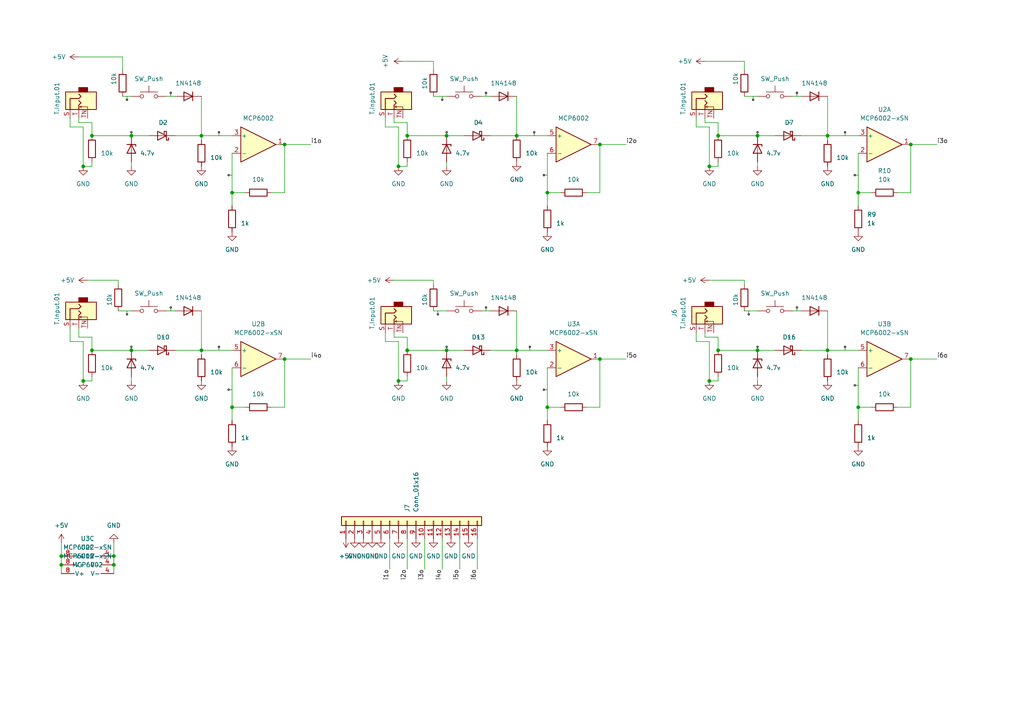
<source format=kicad_sch>
(kicad_sch (version 20230121) (generator eeschema)
  (paper "A4")
  (lib_symbols
    (symbol "Amplifier_Operational:MCP6002-xP" (pin_names (offset 0.127))
      (property "Reference" "U" (at 0 5.08 0))
      (property "Value" "MCP6002-xP" (at 0 -5.08 0))
      (symbol "MCP6002-xP_1_1"
        (polyline (pts (xy -5.08 5.08) (xy 5.08 0) (xy -5.08 -5.08) (xy -5.08 5.08)) (stroke (width 0.254)) (fill (type background)))
        (pin output line (at 7.62 0 180) (length 2.54) (name "~") (number "1"))
        (pin input line (at -7.62 -2.54 0) (length 2.54) (name "-") (number "2"))
        (pin input line (at -7.62 2.54 0) (length 2.54) (name "+") (number "3"))
      )
      (symbol "MCP6002-xP_2_1"
        (polyline (pts (xy -5.08 5.08) (xy 5.08 0) (xy -5.08 -5.08) (xy -5.08 5.08)) (stroke (width 0.254)) (fill (type background)))
        (pin input line (at -7.62 2.54 0) (length 2.54) (name "+") (number "5"))
        (pin input line (at -7.62 -2.54 0) (length 2.54) (name "-") (number "6"))
        (pin output line (at 7.62 0 180) (length 2.54) (name "~") (number "7"))
      )
      (symbol "MCP6002-xP_3_1"
        (pin power_in line (at -2.54 -7.62 90) (length 3.81) (name "V-") (number "4"))
        (pin power_in line (at -2.54 7.62 270) (length 3.81) (name "V+") (number "8"))
      )
    )
    (symbol "Amplifier_Operational:MCP6002-xSN" (pin_names (offset 0.127))
      (property "Reference" "U" (at 0 5.08 0))
      (property "Value" "MCP6002-xSN" (at 0 -5.08 0))
      (symbol "MCP6002-xSN_1_1"
        (polyline (pts (xy -5.08 5.08) (xy 5.08 0) (xy -5.08 -5.08) (xy -5.08 5.08)) (stroke (width 0.254)) (fill (type background)))
        (pin output line (at 7.62 0 180) (length 2.54) (name "~") (number "1"))
        (pin input line (at -7.62 -2.54 0) (length 2.54) (name "-") (number "2"))
        (pin input line (at -7.62 2.54 0) (length 2.54) (name "+") (number "3"))
      )
      (symbol "MCP6002-xSN_2_1"
        (polyline (pts (xy -5.08 5.08) (xy 5.08 0) (xy -5.08 -5.08) (xy -5.08 5.08)) (stroke (width 0.254)) (fill (type background)))
        (pin input line (at -7.62 2.54 0) (length 2.54) (name "+") (number "5"))
        (pin input line (at -7.62 -2.54 0) (length 2.54) (name "-") (number "6"))
        (pin output line (at 7.62 0 180) (length 2.54) (name "~") (number "7"))
      )
      (symbol "MCP6002-xSN_3_1"
        (pin power_in line (at -2.54 -7.62 90) (length 3.81) (name "V-") (number "4"))
        (pin power_in line (at -2.54 7.62 270) (length 3.81) (name "V+") (number "8"))
      )
    )
    (symbol "Connector_Audio:AudioJack2_SwitchT"
      (property "Reference" "J" (at 0 8.89 0))
      (property "Value" "AudioJack2_SwitchT" (at 0 6.35 0))
      (symbol "AudioJack2_SwitchT_0_1"
        (rectangle (start -2.54 0) (end -3.81 -2.54) (stroke (width 0.254)) (fill (type outline)))
        (polyline (pts (xy 1.778 -0.254) (xy 2.032 -0.762)))
        (polyline (pts (xy 0 0) (xy 0.635 -0.635) (xy 1.27 0) (xy 2.54 0)) (stroke (width 0.254)))
        (polyline (pts (xy 2.54 -2.54) (xy 1.778 -2.54) (xy 1.778 -0.254) (xy 1.524 -0.762)))
        (polyline (pts (xy 2.54 2.54) (xy -0.635 2.54) (xy -0.635 0) (xy -1.27 -0.635) (xy -1.905 0)) (stroke (width 0.254)))
        (rectangle (start 2.54 3.81) (end -2.54 -5.08) (stroke (width 0.254)) (fill (type background)))
      )
      (symbol "AudioJack2_SwitchT_1_1"
        (pin passive line (at 5.08 2.54 180) (length 2.54) (name "~") (number "S"))
        (pin passive line (at 5.08 0 180) (length 2.54) (name "~") (number "T"))
        (pin passive line (at 5.08 -2.54 180) (length 2.54) (name "~") (number "TN"))
      )
    )
    (symbol "Connector_Generic:Conn_01x16" (pin_names (offset 1.016) hide)
      (property "Reference" "J" (at 0 20.32 0))
      (property "Value" "Conn_01x16" (at 0 -22.86 0))
      (symbol "Conn_01x16_1_1"
        (rectangle (start -1.27 -20.193) (end 0 -20.447) (stroke (width 0.1524)))
        (rectangle (start -1.27 -17.653) (end 0 -17.907) (stroke (width 0.1524)))
        (rectangle (start -1.27 -15.113) (end 0 -15.367) (stroke (width 0.1524)))
        (rectangle (start -1.27 -12.573) (end 0 -12.827) (stroke (width 0.1524)))
        (rectangle (start -1.27 -10.033) (end 0 -10.287) (stroke (width 0.1524)))
        (rectangle (start -1.27 -7.493) (end 0 -7.747) (stroke (width 0.1524)))
        (rectangle (start -1.27 -4.953) (end 0 -5.207) (stroke (width 0.1524)))
        (rectangle (start -1.27 -2.413) (end 0 -2.667) (stroke (width 0.1524)))
        (rectangle (start -1.27 0.127) (end 0 -0.127) (stroke (width 0.1524)))
        (rectangle (start -1.27 2.667) (end 0 2.413) (stroke (width 0.1524)))
        (rectangle (start -1.27 5.207) (end 0 4.953) (stroke (width 0.1524)))
        (rectangle (start -1.27 7.747) (end 0 7.493) (stroke (width 0.1524)))
        (rectangle (start -1.27 10.287) (end 0 10.033) (stroke (width 0.1524)))
        (rectangle (start -1.27 12.827) (end 0 12.573) (stroke (width 0.1524)))
        (rectangle (start -1.27 15.367) (end 0 15.113) (stroke (width 0.1524)))
        (rectangle (start -1.27 17.907) (end 0 17.653) (stroke (width 0.1524)))
        (rectangle (start -1.27 19.05) (end 1.27 -21.59) (stroke (width 0.254)) (fill (type background)))
        (pin passive line (at -5.08 17.78 0) (length 3.81) (name "Pin_1") (number "1"))
        (pin passive line (at -5.08 -5.08 0) (length 3.81) (name "Pin_10") (number "10"))
        (pin passive line (at -5.08 -7.62 0) (length 3.81) (name "Pin_11") (number "11"))
        (pin passive line (at -5.08 -10.16 0) (length 3.81) (name "Pin_12") (number "12"))
        (pin passive line (at -5.08 -12.7 0) (length 3.81) (name "Pin_13") (number "13"))
        (pin passive line (at -5.08 -15.24 0) (length 3.81) (name "Pin_14") (number "14"))
        (pin passive line (at -5.08 -17.78 0) (length 3.81) (name "Pin_15") (number "15"))
        (pin passive line (at -5.08 -20.32 0) (length 3.81) (name "Pin_16") (number "16"))
        (pin passive line (at -5.08 15.24 0) (length 3.81) (name "Pin_2") (number "2"))
        (pin passive line (at -5.08 12.7 0) (length 3.81) (name "Pin_3") (number "3"))
        (pin passive line (at -5.08 10.16 0) (length 3.81) (name "Pin_4") (number "4"))
        (pin passive line (at -5.08 7.62 0) (length 3.81) (name "Pin_5") (number "5"))
        (pin passive line (at -5.08 5.08 0) (length 3.81) (name "Pin_6") (number "6"))
        (pin passive line (at -5.08 2.54 0) (length 3.81) (name "Pin_7") (number "7"))
        (pin passive line (at -5.08 0 0) (length 3.81) (name "Pin_8") (number "8"))
        (pin passive line (at -5.08 -2.54 0) (length 3.81) (name "Pin_9") (number "9"))
      )
    )
    (symbol "Device:D_Schottky" (pin_numbers hide) (pin_names (offset 1.016) hide)
      (property "Reference" "D" (at 0 2.54 0))
      (property "Value" "D_Schottky" (at 0 -2.54 0))
      (symbol "D_Schottky_0_1"
        (polyline (pts (xy 1.27 0) (xy -1.27 0)))
        (polyline (pts (xy 1.27 1.27) (xy 1.27 -1.27) (xy -1.27 0) (xy 1.27 1.27)) (stroke (width 0.254)))
        (polyline (pts (xy -1.905 0.635) (xy -1.905 1.27) (xy -1.27 1.27) (xy -1.27 -1.27) (xy -0.635 -1.27) (xy -0.635 -0.635)) (stroke (width 0.254)))
      )
      (symbol "D_Schottky_1_1"
        (pin passive line (at -3.81 0 0) (length 2.54) (name "K") (number "1"))
        (pin passive line (at 3.81 0 180) (length 2.54) (name "A") (number "2"))
      )
    )
    (symbol "Device:D_Zener" (pin_numbers hide) (pin_names (offset 1.016) hide)
      (property "Reference" "D" (at 0 2.54 0))
      (property "Value" "D_Zener" (at 0 -2.54 0))
      (symbol "D_Zener_0_1"
        (polyline (pts (xy 1.27 0) (xy -1.27 0)))
        (polyline (pts (xy -1.27 -1.27) (xy -1.27 1.27) (xy -0.762 1.27)) (stroke (width 0.254)))
        (polyline (pts (xy 1.27 -1.27) (xy 1.27 1.27) (xy -1.27 0) (xy 1.27 -1.27)) (stroke (width 0.254)))
      )
      (symbol "D_Zener_1_1"
        (pin passive line (at -3.81 0 0) (length 2.54) (name "K") (number "1"))
        (pin passive line (at 3.81 0 180) (length 2.54) (name "A") (number "2"))
      )
    )
    (symbol "Device:R" (pin_numbers hide) (pin_names (offset 0))
      (property "Reference" "R" (at 2.032 0 90))
      (property "Value" "R" (at 0 0 90))
      (symbol "R_0_1"
        (rectangle (start -1.016 -2.54) (end 1.016 2.54) (stroke (width 0.254)))
      )
      (symbol "R_1_1"
        (pin passive line (at 0 3.81 270) (length 1.27) (name "~") (number "1"))
        (pin passive line (at 0 -3.81 90) (length 1.27) (name "~") (number "2"))
      )
    )
    (symbol "Diode:1N4148" (pin_numbers hide) (pin_names hide)
      (property "Reference" "D" (at 0 2.54 0))
      (property "Value" "1N4148" (at 0 -2.54 0))
      (symbol "1N4148_0_1"
        (polyline (pts (xy -1.27 1.27) (xy -1.27 -1.27)) (stroke (width 0.254)))
        (polyline (pts (xy 1.27 0) (xy -1.27 0)))
        (polyline (pts (xy 1.27 1.27) (xy 1.27 -1.27) (xy -1.27 0) (xy 1.27 1.27)) (stroke (width 0.254)))
      )
      (symbol "1N4148_1_1"
        (pin passive line (at -3.81 0 0) (length 2.54) (name "K") (number "1"))
        (pin passive line (at 3.81 0 180) (length 2.54) (name "A") (number "2"))
      )
    )
    (symbol "Switch:SW_Push" (pin_numbers hide) (pin_names (offset 1.016) hide)
      (property "Reference" "SW" (at 1.27 2.54 0))
      (property "Value" "SW_Push" (at 0 -1.524 0))
      (symbol "SW_Push_0_1"
        (circle (center -2.032 0) (radius 0.508))
        (polyline (pts (xy 0 1.27) (xy 0 3.048)))
        (polyline (pts (xy 2.54 1.27) (xy -2.54 1.27)))
        (circle (center 2.032 0) (radius 0.508))
        (pin passive line (at -5.08 0 0) (length 2.54) (name "1") (number "1"))
        (pin passive line (at 5.08 0 180) (length 2.54) (name "2") (number "2"))
      )
    )
    (symbol "power:+5V" (power) (pin_names (offset 0))
      (property "Value" "+5V" (at 0 3.556 0))
      (symbol "+5V_0_1"
        (polyline (pts (xy -0.762 1.27) (xy 0 2.54)))
        (polyline (pts (xy 0 0) (xy 0 2.54)))
        (polyline (pts (xy 0 2.54) (xy 0.762 1.27)))
      )
      (symbol "+5V_1_1"
        (pin power_in line (at 0 0 90) (length 0) hide (name "+5V") (number "1"))
      )
    )
    (symbol "power:GND" (power) (pin_names (offset 0))
      (property "Value" "GND" (at 0 -3.81 0))
      (symbol "GND_0_1"
        (polyline (pts (xy 0 0) (xy 0 -1.27) (xy 1.27 -1.27) (xy 0 -2.54) (xy -1.27 -1.27) (xy 0 -1.27)))
      )
      (symbol "GND_1_1"
        (pin power_in line (at 0 0 270) (length 0) hide (name "GND") (number "1"))
      )
    )
  )
  (junction (at 17.78 161.29))
  (junction (at 248.92 55.88))
  (junction (at 173.99 104.14))
  (junction (at 129.54 101.6))
  (junction (at 149.86 101.6))
  (junction (at 118.11 39.37))
  (junction (at 248.92 118.11))
  (junction (at 33.02 163.83))
  (junction (at 67.31 55.88))
  (junction (at 205.74 48.26))
  (junction (at 205.74 110.49))
  (junction (at 24.13 48.26))
  (junction (at 240.03 39.37))
  (junction (at 173.99 41.91))
  (junction (at 26.67 39.37))
  (junction (at 33.02 161.29))
  (junction (at 115.57 110.49))
  (junction (at 38.1 101.6))
  (junction (at 82.55 104.14))
  (junction (at 115.57 48.26))
  (junction (at 208.28 39.37))
  (junction (at 219.71 101.6))
  (junction (at 208.28 101.6))
  (junction (at 38.1 39.37))
  (junction (at 240.03 101.6))
  (junction (at 158.75 55.88))
  (junction (at 58.42 101.6))
  (junction (at 82.55 41.91))
  (junction (at 26.67 101.6))
  (junction (at 67.31 118.11))
  (junction (at 58.42 39.37))
  (junction (at 219.71 39.37))
  (junction (at 129.54 39.37))
  (junction (at 118.11 101.6))
  (junction (at 149.86 39.37))
  (junction (at 17.78 163.83))
  (junction (at 264.16 41.91))
  (junction (at 24.13 110.49))
  (junction (at 158.75 118.11))
  (junction (at 264.16 104.14))
  (wire (pts (xy 208.28 46.99) (xy 208.28 48.26)))
  (wire (pts (xy 149.86 101.6) (xy 158.75 101.6)))
  (wire (pts (xy 142.24 101.6) (xy 149.86 101.6)))
  (wire (pts (xy 58.42 39.37) (xy 67.31 39.37)))
  (wire (pts (xy 208.28 110.49) (xy 205.74 110.49)))
  (wire (pts (xy 240.03 40.64) (xy 240.03 39.37)))
  (wire (pts (xy 22.86 97.79) (xy 26.67 97.79)))
  (wire (pts (xy 118.11 101.6) (xy 129.54 101.6)))
  (wire (pts (xy 139.7 90.17) (xy 142.24 90.17)))
  (wire (pts (xy 81.28 41.91) (xy 82.55 41.91)))
  (wire (pts (xy 219.71 110.49) (xy 219.71 109.22)))
  (wire (pts (xy 35.56 16.51) (xy 35.56 20.32)))
  (wire (pts (xy 201.93 99.06) (xy 205.74 99.06)))
  (wire (pts (xy 58.42 90.17) (xy 58.42 101.6)))
  (wire (pts (xy 26.67 109.22) (xy 26.67 110.49)))
  (wire (pts (xy 118.11 109.22) (xy 118.11 110.49)))
  (wire (pts (xy 26.67 39.37) (xy 38.1 39.37)))
  (wire (pts (xy 149.86 102.87) (xy 149.86 101.6)))
  (wire (pts (xy 205.74 36.83) (xy 205.74 48.26)))
  (wire (pts (xy 111.76 34.29) (xy 111.76 36.83)))
  (wire (pts (xy 67.31 55.88) (xy 67.31 59.69)))
  (wire (pts (xy 26.67 46.99) (xy 26.67 48.26)))
  (wire (pts (xy 114.3 96.52) (xy 114.3 97.79)))
  (wire (pts (xy 142.24 39.37) (xy 149.86 39.37)))
  (wire (pts (xy 26.67 101.6) (xy 38.1 101.6)))
  (wire (pts (xy 215.9 81.28) (xy 215.9 82.55)))
  (wire (pts (xy 82.55 104.14) (xy 90.17 104.14)))
  (wire (pts (xy 128.27 156.21) (xy 128.27 165.1)))
  (wire (pts (xy 201.93 36.83) (xy 205.74 36.83)))
  (wire (pts (xy 240.03 102.87) (xy 240.03 101.6)))
  (wire (pts (xy 113.03 156.21) (xy 113.03 165.1)))
  (wire (pts (xy 38.1 39.37) (xy 43.18 39.37)))
  (wire (pts (xy 201.93 34.29) (xy 201.93 36.83)))
  (wire (pts (xy 248.92 118.11) (xy 252.73 118.11)))
  (wire (pts (xy 129.54 48.26) (xy 129.54 46.99)))
  (wire (pts (xy 240.03 101.6) (xy 248.92 101.6)))
  (wire (pts (xy 67.31 118.11) (xy 67.31 121.92)))
  (wire (pts (xy 125.73 90.17) (xy 129.54 90.17)))
  (wire (pts (xy 82.55 41.91) (xy 90.17 41.91)))
  (wire (pts (xy 48.26 27.94) (xy 50.8 27.94)))
  (wire (pts (xy 34.29 90.17) (xy 38.1 90.17)))
  (wire (pts (xy 20.32 99.06) (xy 24.13 99.06)))
  (wire (pts (xy 118.11 46.99) (xy 118.11 48.26)))
  (wire (pts (xy 139.7 27.94) (xy 142.24 27.94)))
  (wire (pts (xy 22.86 16.51) (xy 35.56 16.51)))
  (wire (pts (xy 82.55 118.11) (xy 78.74 118.11)))
  (wire (pts (xy 22.86 95.25) (xy 22.86 97.79)))
  (wire (pts (xy 114.3 81.28) (xy 125.73 81.28)))
  (wire (pts (xy 26.67 48.26) (xy 24.13 48.26)))
  (wire (pts (xy 111.76 36.83) (xy 115.57 36.83)))
  (wire (pts (xy 125.73 17.78) (xy 125.73 20.32)))
  (wire (pts (xy 34.29 81.28) (xy 34.29 82.55)))
  (wire (pts (xy 33.02 163.83) (xy 33.02 166.37)))
  (wire (pts (xy 67.31 55.88) (xy 71.12 55.88)))
  (wire (pts (xy 114.3 97.79) (xy 118.11 97.79)))
  (wire (pts (xy 116.84 17.78) (xy 125.73 17.78)))
  (wire (pts (xy 48.26 90.17) (xy 50.8 90.17)))
  (wire (pts (xy 58.42 102.87) (xy 58.42 101.6)))
  (wire (pts (xy 264.16 104.14) (xy 271.78 104.14)))
  (wire (pts (xy 111.76 99.06) (xy 115.57 99.06)))
  (wire (pts (xy 158.75 55.88) (xy 162.56 55.88)))
  (wire (pts (xy 50.8 39.37) (xy 58.42 39.37)))
  (wire (pts (xy 264.16 118.11) (xy 260.35 118.11)))
  (wire (pts (xy 33.02 157.48) (xy 33.02 161.29)))
  (wire (pts (xy 229.87 90.17) (xy 232.41 90.17)))
  (wire (pts (xy 129.54 39.37) (xy 134.62 39.37)))
  (wire (pts (xy 125.73 27.94) (xy 129.54 27.94)))
  (wire (pts (xy 205.74 81.28) (xy 215.9 81.28)))
  (wire (pts (xy 204.47 35.56) (xy 208.28 35.56)))
  (wire (pts (xy 114.3 35.56) (xy 118.11 35.56)))
  (wire (pts (xy 17.78 163.83) (xy 17.78 166.37)))
  (wire (pts (xy 33.02 161.29) (xy 33.02 163.83)))
  (wire (pts (xy 240.03 27.94) (xy 240.03 39.37)))
  (wire (pts (xy 208.28 97.79) (xy 208.28 101.6)))
  (wire (pts (xy 240.03 39.37) (xy 248.92 39.37)))
  (wire (pts (xy 17.78 161.29) (xy 17.78 163.83)))
  (wire (pts (xy 204.47 34.29) (xy 204.47 35.56)))
  (wire (pts (xy 118.11 35.56) (xy 118.11 39.37)))
  (wire (pts (xy 204.47 17.78) (xy 215.9 17.78)))
  (wire (pts (xy 38.1 48.26) (xy 38.1 46.99)))
  (wire (pts (xy 219.71 39.37) (xy 224.79 39.37)))
  (wire (pts (xy 22.86 35.56) (xy 26.67 35.56)))
  (wire (pts (xy 232.41 101.6) (xy 240.03 101.6)))
  (wire (pts (xy 205.74 99.06) (xy 205.74 110.49)))
  (wire (pts (xy 158.75 44.45) (xy 158.75 55.88)))
  (wire (pts (xy 208.28 48.26) (xy 205.74 48.26)))
  (wire (pts (xy 149.86 90.17) (xy 149.86 101.6)))
  (wire (pts (xy 158.75 55.88) (xy 158.75 59.69)))
  (wire (pts (xy 50.8 101.6) (xy 58.42 101.6)))
  (wire (pts (xy 173.99 104.14) (xy 181.61 104.14)))
  (wire (pts (xy 248.92 44.45) (xy 248.92 55.88)))
  (wire (pts (xy 67.31 44.45) (xy 67.31 55.88)))
  (wire (pts (xy 208.28 35.56) (xy 208.28 39.37)))
  (wire (pts (xy 204.47 96.52) (xy 204.47 97.79)))
  (wire (pts (xy 248.92 118.11) (xy 248.92 121.92)))
  (wire (pts (xy 158.75 118.11) (xy 158.75 121.92)))
  (wire (pts (xy 264.16 55.88) (xy 260.35 55.88)))
  (wire (pts (xy 149.86 39.37) (xy 158.75 39.37)))
  (wire (pts (xy 173.99 41.91) (xy 173.99 55.88)))
  (wire (pts (xy 35.56 27.94) (xy 38.1 27.94)))
  (wire (pts (xy 125.73 81.28) (xy 125.73 82.55)))
  (wire (pts (xy 26.67 97.79) (xy 26.67 101.6)))
  (wire (pts (xy 158.75 106.68) (xy 158.75 118.11)))
  (wire (pts (xy 118.11 110.49) (xy 115.57 110.49)))
  (wire (pts (xy 129.54 101.6) (xy 134.62 101.6)))
  (wire (pts (xy 204.47 97.79) (xy 208.28 97.79)))
  (wire (pts (xy 25.4 81.28) (xy 34.29 81.28)))
  (wire (pts (xy 82.55 55.88) (xy 78.74 55.88)))
  (wire (pts (xy 173.99 104.14) (xy 173.99 118.11)))
  (wire (pts (xy 118.11 39.37) (xy 129.54 39.37)))
  (wire (pts (xy 82.55 41.91) (xy 82.55 55.88)))
  (wire (pts (xy 149.86 40.64) (xy 149.86 39.37)))
  (wire (pts (xy 201.93 96.52) (xy 201.93 99.06)))
  (wire (pts (xy 38.1 101.6) (xy 43.18 101.6)))
  (wire (pts (xy 82.55 104.14) (xy 82.55 118.11)))
  (wire (pts (xy 149.86 27.94) (xy 149.86 39.37)))
  (wire (pts (xy 248.92 55.88) (xy 248.92 59.69)))
  (wire (pts (xy 111.76 96.52) (xy 111.76 99.06)))
  (wire (pts (xy 123.19 156.21) (xy 123.19 165.1)))
  (wire (pts (xy 208.28 101.6) (xy 219.71 101.6)))
  (wire (pts (xy 248.92 55.88) (xy 252.73 55.88)))
  (wire (pts (xy 173.99 55.88) (xy 170.18 55.88)))
  (wire (pts (xy 67.31 106.68) (xy 67.31 118.11)))
  (wire (pts (xy 208.28 39.37) (xy 219.71 39.37)))
  (wire (pts (xy 17.78 157.48) (xy 17.78 161.29)))
  (wire (pts (xy 114.3 34.29) (xy 114.3 35.56)))
  (wire (pts (xy 20.32 95.25) (xy 20.32 99.06)))
  (wire (pts (xy 240.03 90.17) (xy 240.03 101.6)))
  (wire (pts (xy 232.41 39.37) (xy 240.03 39.37)))
  (wire (pts (xy 264.16 41.91) (xy 271.78 41.91)))
  (wire (pts (xy 219.71 48.26) (xy 219.71 46.99)))
  (wire (pts (xy 20.32 36.83) (xy 24.13 36.83)))
  (wire (pts (xy 58.42 101.6) (xy 67.31 101.6)))
  (wire (pts (xy 118.11 156.21) (xy 118.11 165.1)))
  (wire (pts (xy 219.71 101.6) (xy 224.79 101.6)))
  (wire (pts (xy 26.67 110.49) (xy 24.13 110.49)))
  (wire (pts (xy 264.16 41.91) (xy 264.16 55.88)))
  (wire (pts (xy 26.67 35.56) (xy 26.67 39.37)))
  (wire (pts (xy 138.43 156.21) (xy 138.43 165.1)))
  (wire (pts (xy 58.42 27.94) (xy 58.42 39.37)))
  (wire (pts (xy 115.57 99.06) (xy 115.57 110.49)))
  (wire (pts (xy 115.57 36.83) (xy 115.57 48.26)))
  (wire (pts (xy 58.42 40.64) (xy 58.42 39.37)))
  (wire (pts (xy 173.99 41.91) (xy 181.61 41.91)))
  (wire (pts (xy 24.13 99.06) (xy 24.13 110.49)))
  (wire (pts (xy 215.9 90.17) (xy 219.71 90.17)))
  (wire (pts (xy 229.87 27.94) (xy 232.41 27.94)))
  (wire (pts (xy 24.13 36.83) (xy 24.13 48.26)))
  (wire (pts (xy 38.1 110.49) (xy 38.1 109.22)))
  (wire (pts (xy 215.9 27.94) (xy 219.71 27.94)))
  (wire (pts (xy 129.54 110.49) (xy 129.54 109.22)))
  (wire (pts (xy 118.11 48.26) (xy 115.57 48.26)))
  (wire (pts (xy 20.32 34.29) (xy 20.32 36.83)))
  (wire (pts (xy 118.11 97.79) (xy 118.11 101.6)))
  (wire (pts (xy 248.92 106.68) (xy 248.92 118.11)))
  (wire (pts (xy 215.9 17.78) (xy 215.9 20.32)))
  (wire (pts (xy 208.28 109.22) (xy 208.28 110.49)))
  (wire (pts (xy 264.16 104.14) (xy 264.16 118.11)))
  (wire (pts (xy 22.86 34.29) (xy 22.86 35.56)))
  (wire (pts (xy 133.35 156.21) (xy 133.35 165.1)))
  (wire (pts (xy 158.75 118.11) (xy 162.56 118.11)))
  (wire (pts (xy 67.31 118.11) (xy 71.12 118.11)))
  (wire (pts (xy 173.99 118.11) (xy 170.18 118.11)))
  (label "i4o" (at 128.27 165.1 270))
  (label "i6o" (at 271.78 104.14 0))
  (label "i3o" (at 123.19 165.1 270))
  (label "i1o" (at 113.03 165.1 270))
  (label "i4o" (at 90.17 104.14 0))
  (label "i2o" (at 118.11 165.1 270))
  (label "i1o" (at 90.17 41.91 0))
  (label "i5o" (at 181.61 104.14 0))
  (label "i3o" (at 271.78 41.91 0))
  (label "i2o" (at 181.61 41.91 0))
  (label "i5o" (at 133.35 165.1 270))
  (label "i6o" (at 138.43 165.1 270))
  (netclass_flag "" (length 1) (shape dot) (at 49.53 90.17 0) (property "Netclass" "signal" (effects hide)))
  (netclass_flag "" (length 1) (shape dot) (at 248.92 111.76 90) (property "Netclass" "signal" (effects hide)))
  (netclass_flag "" (length 1) (shape dot) (at 158.75 113.03 90) (property "Netclass" "signal" (effects hide)))
  (netclass_flag "" (length 1) (shape dot) (at 217.17 90.17 180) (property "Netclass" "signal" (effects hide)))
  (netclass_flag "" (length 1) (shape dot) (at 140.97 90.17 0) (property "Netclass" "signal" (effects hide)))
  (netclass_flag "" (length 1) (shape dot) (at 129.54 39.37 0) (property "Netclass" "signal" (effects hide)))
  (netclass_flag "" (length 1) (shape dot) (at 38.1 39.37 0) (property "Netclass" "signal" (effects hide)))
  (netclass_flag "" (length 1) (shape dot) (at 128.27 27.94 180) (property "Netclass" "signal" (effects hide)))
  (netclass_flag "" (length 1) (shape dot) (at 38.1 101.6 0) (property "Netclass" "signal" (effects hide)))
  (netclass_flag "" (length 1) (shape dot) (at 231.14 90.17 0) (property "Netclass" "signal" (effects hide)))
  (netclass_flag "" (length 1) (shape dot) (at 67.31 50.8 90) (property "Netclass" "signal" (effects hide)))
  (netclass_flag "" (length 1) (shape dot) (at 218.44 27.94 180) (property "Netclass" "signal" (effects hide)))
  (netclass_flag "" (length 1) (shape dot) (at 231.14 27.94 0) (property "Netclass" "signal" (effects hide)))
  (netclass_flag "" (length 1) (shape dot) (at 36.83 27.94 180) (property "Netclass" "signal" (effects hide)))
  (netclass_flag "" (length 1) (shape dot) (at 245.11 101.6 0) (property "Netclass" "signal" (effects hide)))
  (netclass_flag "" (length 1) (shape dot) (at 153.67 101.6 0) (property "Netclass" "signal" (effects hide)))
  (netclass_flag "" (length 1) (shape dot) (at 36.83 90.17 180) (property "Netclass" "signal" (effects hide)))
  (netclass_flag "" (length 1) (shape dot) (at 219.71 39.37 0) (property "Netclass" "signal" (effects hide)))
  (netclass_flag "" (length 1) (shape dot) (at 158.75 50.8 90) (property "Netclass" "signal" (effects hide)))
  (netclass_flag "" (length 1) (shape dot) (at 129.54 101.6 0) (property "Netclass" "signal" (effects hide)))
  (netclass_flag "" (length 1) (shape dot) (at 245.11 39.37 0) (property "Netclass" "signal" (effects hide)))
  (netclass_flag "" (length 1) (shape dot) (at 140.97 27.94 0) (property "Netclass" "signal" (effects hide)))
  (netclass_flag "" (length 1) (shape dot) (at 127 90.17 180) (property "Netclass" "signal" (effects hide)))
  (netclass_flag "" (length 1) (shape dot) (at 49.53 27.94 0) (property "Netclass" "signal" (effects hide)))
  (netclass_flag "" (length 1) (shape dot) (at 63.5 101.6 0) (property "Netclass" "signal" (effects hide)))
  (netclass_flag "" (length 1) (shape dot) (at 63.5 39.37 0) (property "Netclass" "signal" (effects hide)))
  (netclass_flag "" (length 1) (shape dot) (at 67.31 113.03 90) (property "Netclass" "signal" (effects hide)))
  (netclass_flag "" (length 1) (shape dot) (at 248.92 50.8 90) (property "Netclass" "signal" (effects hide)))
  (netclass_flag "" (length 1) (shape dot) (at 154.94 39.37 0) (property "Netclass" "signal" (effects hide)))
  (netclass_flag "" (length 1) (shape dot) (at 219.71 101.6 0) (property "Netclass" "signal" (effects hide)))
  (symbol (lib_id "Connector_Audio:AudioJack2_SwitchT") (at 22.86 29.21 90) (mirror x) (unit 1)
    (property "Reference" "J1" (effects hide))
    (property "Value" "T.Input.01" (at 16.51 28.575 0))
    (property "Footprint" "Connector_Audio:Jack_3.5mm_QingPu_WQP-PJ398SM_Vertical_CircularHoles" (effects hide))
  )
  (symbol (lib_id "power:GND") (at 125.73 156.21 0) (unit 1)
    (property "Reference" "#PWR038" (effects hide))
    (property "Value" "GND" (at 125.73 161.29 0))
  )
  (symbol (lib_id "Amplifier_Operational:MCP6002-xSN") (at 166.37 104.14 0) (unit 1)
    (property "Reference" "U3" (at 166.37 93.98 0))
    (property "Value" "MCP6002-xSN" (at 166.37 96.52 0))
    (property "Footprint" "Package_DIP:DIP-8_W7.62mm_Socket" (effects hide))
    (property "Datasheet" "http://ww1.microchip.com/downloads/en/DeviceDoc/21733j.pdf" (effects hide))
  )
  (symbol (lib_id "power:GND") (at 130.81 156.21 0) (unit 1)
    (property "Reference" "#PWR039" (effects hide))
    (property "Value" "GND" (at 130.81 161.29 0))
  )
  (symbol (lib_id "Switch:SW_Push") (at 134.62 27.94 0) (unit 1)
    (property "Reference" "SW2" (effects hide))
    (property "Value" "SW_Push" (at 134.62 22.86 0))
    (property "Footprint" "Button_Switch_Keyboard:SW_Cherry_MX_1.00u_PCB" (effects hide))
  )
  (symbol (lib_id "Diode:1N4148") (at 236.22 27.94 180) (unit 1)
    (property "Reference" "D8" (effects hide))
    (property "Value" "1N4148" (at 236.22 24.13 0))
    (property "Footprint" "Diode_THT:D_DO-35_SOD27_P7.62mm_Horizontal" (effects hide))
    (property "Datasheet" "https://assets.nexperia.com/documents/data-sheet/1N4148_1N4448.pdf" (effects hide))
    (property "Sim.Device" "D" (effects hide))
    (property "Sim.Pins" "1=K 2=A" (effects hide))
  )
  (symbol (lib_id "Connector_Audio:AudioJack2_SwitchT") (at 204.47 91.44 90) (mirror x) (unit 1)
    (property "Reference" "J6" (at 195.58 90.805 0))
    (property "Value" "T.Input.01" (at 198.12 90.805 0))
    (property "Footprint" "Connector_Audio:Jack_3.5mm_QingPu_WQP-PJ398SM_Vertical_CircularHoles" (effects hide))
  )
  (symbol (lib_id "power:+5V") (at 17.78 157.48 0) (unit 1)
    (property "Reference" "#PWR019" (effects hide))
    (property "Value" "+5V" (at 17.78 152.4 0))
  )
  (symbol (lib_id "Connector_Audio:AudioJack2_SwitchT") (at 114.3 29.21 90) (mirror x) (unit 1)
    (property "Reference" "J2" (effects hide))
    (property "Value" "T.Input.01" (at 107.95 28.575 0))
    (property "Footprint" "Connector_Audio:Jack_3.5mm_QingPu_WQP-PJ398SM_Vertical_CircularHoles" (effects hide))
  )
  (symbol (lib_id "Device:D_Schottky") (at 228.6 39.37 180) (unit 1)
    (property "Reference" "D7" (at 228.9175 35.56 0))
    (property "Value" "~" (at 228.9175 35.56 0))
    (property "Footprint" "Diode_THT:D_DO-15_P10.16mm_Horizontal" (effects hide))
  )
  (symbol (lib_id "Device:R") (at 215.9 86.36 180) (unit 1)
    (property "Reference" "R28" (effects hide))
    (property "Value" "10k" (at 213.36 85.09 90) (effects (justify left)))
    (property "Footprint" "Resistor_THT:R_Axial_DIN0204_L3.6mm_D1.6mm_P5.08mm_Vertical" (effects hide))
  )
  (symbol (lib_id "power:GND") (at 33.02 157.48 180) (unit 1)
    (property "Reference" "#PWR020" (effects hide))
    (property "Value" "GND" (at 33.02 152.4 0))
  )
  (symbol (lib_id "power:GND") (at 248.92 129.54 0) (unit 1)
    (property "Reference" "#PWR032" (effects hide))
    (property "Value" "GND" (at 248.92 134.62 0))
  )
  (symbol (lib_id "Amplifier_Operational:MCP6002-xSN") (at 256.54 41.91 0) (unit 1)
    (property "Reference" "U2" (at 256.54 31.75 0))
    (property "Value" "MCP6002-xSN" (at 256.54 34.29 0))
    (property "Footprint" "Package_DIP:DIP-8_W7.62mm_Socket" (effects hide))
    (property "Datasheet" "http://ww1.microchip.com/downloads/en/DeviceDoc/21733j.pdf" (effects hide))
  )
  (symbol (lib_id "Device:D_Zener") (at 38.1 105.41 270) (unit 1)
    (property "Reference" "D9" (effects hide))
    (property "Value" "4.7v" (at 40.64 106.68 90) (effects (justify left)))
    (property "Footprint" "Diode_THT:D_DO-41_SOD81_P7.62mm_Horizontal" (effects hide))
  )
  (symbol (lib_id "Device:R") (at 208.28 105.41 180) (unit 1)
    (property "Reference" "R15" (effects hide))
    (property "Value" "10k" (at 210.82 106.68 0) (effects (justify right)))
    (property "Footprint" "Resistor_THT:R_Axial_DIN0204_L3.6mm_D1.6mm_P5.08mm_Horizontal" (effects hide))
  )
  (symbol (lib_id "power:GND") (at 135.89 156.21 0) (unit 1)
    (property "Reference" "#PWR040" (effects hide))
    (property "Value" "GND" (at 135.89 161.29 0))
  )
  (symbol (lib_id "Device:R") (at 149.86 106.68 0) (unit 1)
    (property "Reference" "R19" (effects hide))
    (property "Value" "10k" (at 152.4 107.95 0) (effects (justify left)))
    (property "Footprint" "Resistor_THT:R_Axial_DIN0204_L3.6mm_D1.6mm_P5.08mm_Horizontal" (effects hide))
  )
  (symbol (lib_id "power:GND") (at 129.54 48.26 0) (unit 1)
    (property "Reference" "#PWR07" (effects hide))
    (property "Value" "GND" (at 129.54 53.34 0))
  )
  (symbol (lib_id "Device:R") (at 248.92 125.73 180) (unit 1)
    (property "Reference" "R16" (effects hide))
    (property "Value" "1k" (at 251.46 127 0) (effects (justify right)))
    (property "Footprint" "Resistor_THT:R_Axial_DIN0204_L3.6mm_D1.6mm_P5.08mm_Horizontal" (effects hide))
  )
  (symbol (lib_id "power:+5V") (at 205.74 81.28 90) (unit 1)
    (property "Reference" "#PWR025" (effects hide))
    (property "Value" "+5V" (at 201.93 81.28 90) (effects (justify left)))
  )
  (symbol (lib_id "Device:R") (at 118.11 43.18 0) (unit 1)
    (property "Reference" "R5" (effects hide))
    (property "Value" "10k" (at 120.65 44.45 0) (effects (justify left)))
    (property "Footprint" "Resistor_THT:R_Axial_DIN0204_L3.6mm_D1.6mm_P5.08mm_Horizontal" (effects hide))
  )
  (symbol (lib_id "power:GND") (at 105.41 156.21 0) (unit 1)
    (property "Reference" "#PWR034" (effects hide))
    (property "Value" "GND" (at 105.41 161.29 0))
  )
  (symbol (lib_id "Device:R") (at 58.42 106.68 180) (unit 1)
    (property "Reference" "R23" (effects hide))
    (property "Value" "10k" (at 60.96 107.95 0) (effects (justify right)))
    (property "Footprint" "Resistor_THT:R_Axial_DIN0204_L3.6mm_D1.6mm_P5.08mm_Horizontal" (effects hide))
  )
  (symbol (lib_id "Diode:1N4148") (at 146.05 27.94 180) (unit 1)
    (property "Reference" "D5" (effects hide))
    (property "Value" "1N4148" (at 146.05 24.13 0))
    (property "Footprint" "Diode_THT:D_DO-35_SOD27_P7.62mm_Horizontal" (effects hide))
    (property "Datasheet" "https://assets.nexperia.com/documents/data-sheet/1N4148_1N4448.pdf" (effects hide))
    (property "Sim.Device" "D" (effects hide))
    (property "Sim.Pins" "1=K 2=A" (effects hide))
  )
  (symbol (lib_id "power:GND") (at 38.1 110.49 0) (unit 1)
    (property "Reference" "#PWR015" (effects hide))
    (property "Value" "GND" (at 38.1 115.57 0))
  )
  (symbol (lib_id "Device:R") (at 208.28 43.18 0) (unit 1)
    (property "Reference" "R11" (effects hide))
    (property "Value" "10k" (at 210.82 44.45 0) (effects (justify left)))
    (property "Footprint" "Resistor_THT:R_Axial_DIN0204_L3.6mm_D1.6mm_P5.08mm_Horizontal" (effects hide))
  )
  (symbol (lib_id "Device:R") (at 166.37 55.88 90) (unit 1)
    (property "Reference" "R7" (effects hide))
    (property "Value" "10k" (at 166.37 52.07 90))
    (property "Footprint" "Resistor_THT:R_Axial_DIN0204_L3.6mm_D1.6mm_P5.08mm_Horizontal" (effects hide))
  )
  (symbol (lib_id "power:GND") (at 240.03 48.26 0) (unit 1)
    (property "Reference" "#PWR012" (effects hide))
    (property "Value" "GND" (at 240.03 53.34 0))
  )
  (symbol (lib_id "power:GND") (at 120.65 156.21 0) (unit 1)
    (property "Reference" "#PWR041" (effects hide))
    (property "Value" "GND" (at 120.65 161.29 0))
  )
  (symbol (lib_id "power:+5V") (at 25.4 81.28 90) (unit 1)
    (property "Reference" "#PWR014" (effects hide))
    (property "Value" "+5V" (at 21.59 81.28 90) (effects (justify left)))
  )
  (symbol (lib_id "power:GND") (at 24.13 48.26 0) (unit 1)
    (property "Reference" "#PWR04" (effects hide))
    (property "Value" "GND" (at 24.13 53.34 0))
  )
  (symbol (lib_id "Device:R") (at 74.93 118.11 270) (unit 1)
    (property "Reference" "R22" (effects hide))
    (property "Value" "10k" (at 74.93 114.3 90))
    (property "Footprint" "Resistor_THT:R_Axial_DIN0204_L3.6mm_D1.6mm_P5.08mm_Horizontal" (effects hide))
  )
  (symbol (lib_id "Device:D_Zener") (at 38.1 43.18 270) (unit 1)
    (property "Reference" "D1" (effects hide))
    (property "Value" "4.7v" (at 40.64 44.45 90) (effects (justify left)))
    (property "Footprint" "Diode_THT:D_DO-41_SOD81_P7.62mm_Horizontal" (effects hide))
  )
  (symbol (lib_id "Device:R") (at 35.56 24.13 0) (unit 1)
    (property "Reference" "R25" (effects hide))
    (property "Value" "10k" (at 33.02 22.86 90))
    (property "Footprint" "Resistor_THT:R_Axial_DIN0204_L3.6mm_D1.6mm_P5.08mm_Horizontal" (effects hide))
  )
  (symbol (lib_id "Diode:1N4148") (at 236.22 90.17 180) (unit 1)
    (property "Reference" "D17" (effects hide))
    (property "Value" "1N4148" (at 236.22 86.36 0))
    (property "Footprint" "Diode_THT:D_DO-35_SOD27_P7.62mm_Horizontal" (effects hide))
    (property "Datasheet" "https://assets.nexperia.com/documents/data-sheet/1N4148_1N4448.pdf" (effects hide))
    (property "Sim.Device" "D" (effects hide))
    (property "Sim.Pins" "1=K 2=A" (effects hide))
  )
  (symbol (lib_id "Device:R") (at 158.75 125.73 180) (unit 1)
    (property "Reference" "R17" (effects hide))
    (property "Value" "1k" (at 161.29 127 0) (effects (justify right)))
    (property "Footprint" "Resistor_THT:R_Axial_DIN0204_L3.6mm_D1.6mm_P5.08mm_Horizontal" (effects hide))
  )
  (symbol (lib_id "Connector_Audio:AudioJack2_SwitchT") (at 204.47 29.21 90) (mirror x) (unit 1)
    (property "Reference" "J3" (effects hide))
    (property "Value" "T.Input.01" (at 198.12 28.575 0))
    (property "Footprint" "Connector_Audio:Jack_3.5mm_QingPu_WQP-PJ398SM_Vertical_CircularHoles" (effects hide))
  )
  (symbol (lib_id "power:GND") (at 205.74 48.26 0) (unit 1)
    (property "Reference" "#PWR09" (effects hide))
    (property "Value" "GND" (at 205.74 53.34 0))
  )
  (symbol (lib_id "Device:R") (at 256.54 55.88 90) (unit 1)
    (property "Reference" "R10" (at 256.54 49.53 90))
    (property "Value" "10k" (at 256.54 52.07 90))
    (property "Footprint" "Resistor_THT:R_Axial_DIN0204_L3.6mm_D1.6mm_P5.08mm_Horizontal" (effects hide))
  )
  (symbol (lib_id "power:GND") (at 24.13 110.49 0) (unit 1)
    (property "Reference" "#PWR013" (effects hide))
    (property "Value" "GND" (at 24.13 115.57 0))
  )
  (symbol (lib_id "power:GND") (at 115.57 156.21 0) (unit 1)
    (property "Reference" "#PWR037" (effects hide))
    (property "Value" "GND" (at 115.57 161.29 0))
  )
  (symbol (lib_id "Device:R") (at 34.29 86.36 180) (unit 1)
    (property "Reference" "R30" (effects hide))
    (property "Value" "10k" (at 31.75 85.09 90) (effects (justify left)))
    (property "Footprint" "Resistor_THT:R_Axial_DIN0204_L3.6mm_D1.6mm_P5.08mm_Horizontal" (effects hide))
  )
  (symbol (lib_id "power:GND") (at 38.1 48.26 0) (unit 1)
    (property "Reference" "#PWR02" (effects hide))
    (property "Value" "GND" (at 38.1 53.34 0))
  )
  (symbol (lib_id "Connector_Audio:AudioJack2_SwitchT") (at 114.3 91.44 90) (mirror x) (unit 1)
    (property "Reference" "J5" (effects hide))
    (property "Value" "T.Input.01" (at 107.95 90.805 0))
    (property "Footprint" "Connector_Audio:Jack_3.5mm_QingPu_WQP-PJ398SM_Vertical_CircularHoles" (effects hide))
  )
  (symbol (lib_id "power:+5V") (at 204.47 17.78 90) (unit 1)
    (property "Reference" "#PWR010" (effects hide))
    (property "Value" "+5V" (at 200.66 17.78 90) (effects (justify left)))
  )
  (symbol (lib_id "power:+5V") (at 116.84 17.78 90) (unit 1)
    (property "Reference" "#PWR06" (effects hide))
    (property "Value" "+5V" (at 111.76 17.78 0))
  )
  (symbol (lib_id "Device:R") (at 74.93 55.88 90) (unit 1)
    (property "Reference" "R3" (effects hide))
    (property "Value" "10k" (at 74.93 52.07 90))
    (property "Footprint" "Resistor_THT:R_Axial_DIN0204_L3.6mm_D1.6mm_P5.08mm_Horizontal" (effects hide))
  )
  (symbol (lib_id "Device:D_Schottky") (at 138.43 101.6 180) (unit 1)
    (property "Reference" "D13" (at 138.7475 97.79 0))
    (property "Value" "~" (at 138.7475 97.79 0))
    (property "Footprint" "Diode_THT:D_DO-15_P10.16mm_Horizontal" (effects hide))
  )
  (symbol (lib_id "Device:R") (at 248.92 63.5 180) (unit 1)
    (property "Reference" "R9" (at 251.46 62.23 0) (effects (justify right)))
    (property "Value" "1k" (at 251.46 64.77 0) (effects (justify right)))
    (property "Footprint" "Resistor_THT:R_Axial_DIN0204_L3.6mm_D1.6mm_P5.08mm_Horizontal" (effects hide))
  )
  (symbol (lib_id "Switch:SW_Push") (at 43.18 90.17 0) (unit 1)
    (property "Reference" "SW4" (effects hide))
    (property "Value" "SW_Push" (at 43.18 85.09 0))
    (property "Footprint" "Button_Switch_Keyboard:SW_Cherry_MX_1.00u_PCB" (effects hide))
  )
  (symbol (lib_id "power:GND") (at 248.92 67.31 0) (unit 1)
    (property "Reference" "#PWR029" (effects hide))
    (property "Value" "GND" (at 248.92 72.39 0))
  )
  (symbol (lib_id "power:GND") (at 205.74 110.49 0) (unit 1)
    (property "Reference" "#PWR024" (effects hide))
    (property "Value" "GND" (at 205.74 115.57 0))
  )
  (symbol (lib_id "Device:D_Schottky") (at 228.6 101.6 180) (unit 1)
    (property "Reference" "D16" (at 228.9175 97.79 0))
    (property "Value" "~" (at 228.9175 97.79 0))
    (property "Footprint" "Diode_THT:D_DO-15_P10.16mm_Horizontal" (effects hide))
  )
  (symbol (lib_id "power:GND") (at 219.71 48.26 0) (unit 1)
    (property "Reference" "#PWR011" (effects hide))
    (property "Value" "GND" (at 219.71 53.34 0))
  )
  (symbol (lib_id "Device:R") (at 166.37 118.11 270) (unit 1)
    (property "Reference" "R18" (effects hide))
    (property "Value" "10k" (at 166.37 114.3 90))
    (property "Footprint" "Resistor_THT:R_Axial_DIN0204_L3.6mm_D1.6mm_P5.08mm_Horizontal" (effects hide))
  )
  (symbol (lib_id "power:+5V") (at 114.3 81.28 90) (unit 1)
    (property "Reference" "#PWR018" (effects hide))
    (property "Value" "+5V" (at 110.49 81.28 90) (effects (justify left)))
  )
  (symbol (lib_id "Connector_Audio:AudioJack2_SwitchT") (at 22.86 90.17 90) (mirror x) (unit 1)
    (property "Reference" "J4" (effects hide))
    (property "Value" "T.Input.01" (at 16.51 89.535 0))
    (property "Footprint" "Connector_Audio:Jack_3.5mm_QingPu_WQP-PJ398SM_Vertical_CircularHoles" (effects hide))
  )
  (symbol (lib_id "power:GND") (at 158.75 67.31 0) (unit 1)
    (property "Reference" "#PWR028" (effects hide))
    (property "Value" "GND" (at 158.75 72.39 0))
  )
  (symbol (lib_id "Diode:1N4148") (at 146.05 90.17 180) (unit 1)
    (property "Reference" "D14" (effects hide))
    (property "Value" "1N4148" (at 146.05 86.36 0))
    (property "Footprint" "Diode_THT:D_DO-35_SOD27_P7.62mm_Horizontal" (effects hide))
    (property "Datasheet" "https://assets.nexperia.com/documents/data-sheet/1N4148_1N4448.pdf" (effects hide))
    (property "Sim.Device" "D" (effects hide))
    (property "Sim.Pins" "1=K 2=A" (effects hide))
  )
  (symbol (lib_id "power:GND") (at 67.31 67.31 0) (unit 1)
    (property "Reference" "#PWR03" (effects hide))
    (property "Value" "GND" (at 67.31 72.39 0))
  )
  (symbol (lib_id "power:+5V") (at 22.86 16.51 90) (unit 1)
    (property "Reference" "#PWR021" (effects hide))
    (property "Value" "+5V" (at 19.05 16.51 90) (effects (justify left)))
  )
  (symbol (lib_id "Device:D_Schottky") (at 138.43 39.37 180) (unit 1)
    (property "Reference" "D4" (at 138.7475 35.56 0))
    (property "Value" "~" (at 138.7475 35.56 0))
    (property "Footprint" "Diode_THT:D_DO-15_P10.16mm_Horizontal" (effects hide))
  )
  (symbol (lib_id "Device:R") (at 67.31 125.73 0) (unit 1)
    (property "Reference" "R21" (effects hide))
    (property "Value" "1k" (at 69.85 127 0) (effects (justify left)))
    (property "Footprint" "Resistor_THT:R_Axial_DIN0204_L3.6mm_D1.6mm_P5.08mm_Horizontal" (effects hide))
  )
  (symbol (lib_id "power:GND") (at 115.57 110.49 0) (unit 1)
    (property "Reference" "#PWR017" (effects hide))
    (property "Value" "GND" (at 115.57 115.57 0))
  )
  (symbol (lib_id "power:GND") (at 149.86 110.49 0) (unit 1)
    (property "Reference" "#PWR023" (effects hide))
    (property "Value" "GND" (at 149.86 115.57 0))
  )
  (symbol (lib_id "Amplifier_Operational:MCP6002-xSN") (at 256.54 104.14 0) (unit 2)
    (property "Reference" "U3" (at 256.54 93.98 0))
    (property "Value" "MCP6002-xSN" (at 256.54 96.52 0))
    (property "Footprint" "Package_DIP:DIP-8_W7.62mm_Socket" (effects hide))
    (property "Datasheet" "http://ww1.microchip.com/downloads/en/DeviceDoc/21733j.pdf" (effects hide))
  )
  (symbol (lib_id "Device:R") (at 158.75 63.5 180) (unit 1)
    (property "Reference" "R8" (effects hide))
    (property "Value" "1k" (at 161.29 64.77 0) (effects (justify right)))
    (property "Footprint" "Resistor_THT:R_Axial_DIN0204_L3.6mm_D1.6mm_P5.08mm_Horizontal" (effects hide))
  )
  (symbol (lib_id "Device:D_Zener") (at 219.71 43.18 270) (unit 1)
    (property "Reference" "D6" (effects hide))
    (property "Value" "4.7v" (at 222.25 44.45 90) (effects (justify left)))
    (property "Footprint" "Diode_THT:D_DO-41_SOD81_P7.62mm_Horizontal" (effects hide))
  )
  (symbol (lib_id "Device:R") (at 215.9 24.13 180) (unit 1)
    (property "Reference" "R27" (effects hide))
    (property "Value" "10k" (at 213.36 22.86 90))
    (property "Footprint" "Resistor_THT:R_Axial_DIN0204_L3.6mm_D1.6mm_P5.08mm_Horizontal" (effects hide))
  )
  (symbol (lib_id "power:GND") (at 107.95 156.21 0) (unit 1)
    (property "Reference" "#PWR035" (effects hide))
    (property "Value" "GND" (at 107.95 161.29 0))
  )
  (symbol (lib_id "power:GND") (at 219.71 110.49 0) (unit 1)
    (property "Reference" "#PWR026" (effects hide))
    (property "Value" "GND" (at 219.71 115.57 0))
  )
  (symbol (lib_id "Amplifier_Operational:MCP6002-xP") (at 25.4 163.83 90) (unit 3)
    (property "Reference" "U1" (at 25.4 161.29 90))
    (property "Value" "MCP6002" (at 25.4 163.83 90))
    (property "Footprint" "Package_DIP:DIP-8_W7.62mm_Socket" (effects hide))
    (property "Datasheet" "http://ww1.microchip.com/downloads/en/DeviceDoc/21733j.pdf" (effects hide))
  )
  (symbol (lib_id "power:GND") (at 58.42 48.26 0) (unit 1)
    (property "Reference" "#PWR01" (effects hide))
    (property "Value" "GND" (at 58.42 53.34 0))
  )
  (symbol (lib_id "Amplifier_Operational:MCP6002-xSN") (at 25.4 158.75 90) (unit 3)
    (property "Reference" "U3" (at 25.4 156.21 90))
    (property "Value" "MCP6002-xSN" (at 25.4 158.75 90))
    (property "Footprint" "Package_DIP:DIP-8_W7.62mm_Socket" (effects hide))
    (property "Datasheet" "http://ww1.microchip.com/downloads/en/DeviceDoc/21733j.pdf" (effects hide))
  )
  (symbol (lib_id "Device:R") (at 26.67 43.18 0) (unit 1)
    (property "Reference" "R1" (effects hide))
    (property "Value" "10k" (at 29.21 44.45 0) (effects (justify left)))
    (property "Footprint" "Resistor_THT:R_Axial_DIN0204_L3.6mm_D1.6mm_P5.08mm_Horizontal" (effects hide))
  )
  (symbol (lib_id "Device:D_Schottky") (at 46.99 39.37 180) (unit 1)
    (property "Reference" "D2" (at 47.3075 35.56 0))
    (property "Value" "~" (at 47.3075 35.56 0))
    (property "Footprint" "Diode_THT:D_DO-15_P10.16mm_Horizontal" (effects hide))
  )
  (symbol (lib_id "Device:R") (at 240.03 44.45 0) (unit 1)
    (property "Reference" "R12" (effects hide))
    (property "Value" "10k" (at 242.57 45.72 0) (effects (justify left)))
    (property "Footprint" "Resistor_THT:R_Axial_DIN0204_L3.6mm_D1.6mm_P5.08mm_Horizontal" (effects hide))
  )
  (symbol (lib_id "Amplifier_Operational:MCP6002-xP") (at 74.93 41.91 0) (unit 1)
    (property "Reference" "U1" (effects hide))
    (property "Value" "MCP6002" (at 74.93 34.29 0))
    (property "Footprint" "Package_DIP:DIP-8_W7.62mm_Socket" (effects hide))
    (property "Datasheet" "http://ww1.microchip.com/downloads/en/DeviceDoc/21733j.pdf" (effects hide))
  )
  (symbol (lib_id "Amplifier_Operational:MCP6002-xSN") (at 74.93 104.14 0) (unit 2)
    (property "Reference" "U2" (at 74.93 93.98 0))
    (property "Value" "MCP6002-xSN" (at 74.93 96.52 0))
    (property "Footprint" "Package_DIP:DIP-8_W7.62mm_Socket" (effects hide))
    (property "Datasheet" "http://ww1.microchip.com/downloads/en/DeviceDoc/21733j.pdf" (effects hide))
  )
  (symbol (lib_id "Device:D_Zener") (at 219.71 105.41 270) (unit 1)
    (property "Reference" "D15" (effects hide))
    (property "Value" "4.7v" (at 222.25 106.68 90) (effects (justify left)))
    (property "Footprint" "Diode_THT:D_DO-41_SOD81_P7.62mm_Horizontal" (effects hide))
  )
  (symbol (lib_id "Device:R") (at 240.03 106.68 180) (unit 1)
    (property "Reference" "R14" (effects hide))
    (property "Value" "10k" (at 242.57 107.95 0) (effects (justify right)))
    (property "Footprint" "Resistor_THT:R_Axial_DIN0204_L3.6mm_D1.6mm_P5.08mm_Horizontal" (effects hide))
  )
  (symbol (lib_id "Amplifier_Operational:MCP6002-xSN") (at 25.4 161.29 90) (unit 3)
    (property "Reference" "U2" (at 25.4 158.75 90))
    (property "Value" "MCP6002-xSN" (at 25.4 161.29 90))
    (property "Footprint" "Package_DIP:DIP-8_W7.62mm_Socket" (effects hide))
    (property "Datasheet" "http://ww1.microchip.com/downloads/en/DeviceDoc/21733j.pdf" (effects hide))
  )
  (symbol (lib_id "Device:R") (at 149.86 43.18 0) (unit 1)
    (property "Reference" "R6" (effects hide))
    (property "Value" "10k" (at 152.4 44.45 0) (effects (justify left)))
    (property "Footprint" "Resistor_THT:R_Axial_DIN0204_L3.6mm_D1.6mm_P5.08mm_Horizontal" (effects hide))
  )
  (symbol (lib_id "Device:D_Zener") (at 129.54 43.18 270) (unit 1)
    (property "Reference" "D3" (effects hide))
    (property "Value" "4.7v" (at 132.08 44.45 90) (effects (justify left)))
    (property "Footprint" "Diode_THT:D_DO-41_SOD81_P7.62mm_Horizontal" (effects hide))
  )
  (symbol (lib_id "Connector_Generic:Conn_01x16") (at 118.11 151.13 90) (unit 1)
    (property "Reference" "J7" (at 118.11 148.59 0) (effects (justify left)))
    (property "Value" "Conn_01x16" (at 120.65 148.59 0) (effects (justify left)))
    (property "Footprint" "Connector_IDC:IDC-Header_2x08_P2.54mm_Vertical" (effects hide))
  )
  (symbol (lib_id "power:GND") (at 58.42 110.49 0) (unit 1)
    (property "Reference" "#PWR016" (effects hide))
    (property "Value" "GND" (at 58.42 115.57 0))
  )
  (symbol (lib_id "Amplifier_Operational:MCP6002-xP") (at 166.37 41.91 0) (unit 2)
    (property "Reference" "U1" (effects hide))
    (property "Value" "MCP6002" (at 166.37 34.29 0))
    (property "Footprint" "Package_DIP:DIP-8_W7.62mm_Socket" (effects hide))
    (property "Datasheet" "http://ww1.microchip.com/downloads/en/DeviceDoc/21733j.pdf" (effects hide))
  )
  (symbol (lib_id "Device:R") (at 118.11 105.41 0) (unit 1)
    (property "Reference" "R20" (effects hide))
    (property "Value" "10k" (at 120.65 106.68 0) (effects (justify left)))
    (property "Footprint" "Resistor_THT:R_Axial_DIN0204_L3.6mm_D1.6mm_P5.08mm_Horizontal" (effects hide))
  )
  (symbol (lib_id "Device:R") (at 67.31 63.5 0) (unit 1)
    (property "Reference" "R4" (effects hide))
    (property "Value" "1k" (at 69.85 64.77 0) (effects (justify left)))
    (property "Footprint" "Resistor_THT:R_Axial_DIN0204_L3.6mm_D1.6mm_P5.08mm_Horizontal" (effects hide))
  )
  (symbol (lib_id "Switch:SW_Push") (at 43.18 27.94 0) (unit 1)
    (property "Reference" "SW1" (effects hide))
    (property "Value" "SW_Push" (at 43.18 22.86 0))
    (property "Footprint" "Button_Switch_Keyboard:SW_Cherry_MX_1.00u_PCB" (effects hide))
  )
  (symbol (lib_id "Device:R") (at 26.67 105.41 180) (unit 1)
    (property "Reference" "R24" (effects hide))
    (property "Value" "10k" (at 29.21 106.68 0) (effects (justify right)))
    (property "Footprint" "Resistor_THT:R_Axial_DIN0204_L3.6mm_D1.6mm_P5.08mm_Horizontal" (effects hide))
  )
  (symbol (lib_id "power:GND") (at 149.86 46.99 0) (unit 1)
    (property "Reference" "#PWR08" (effects hide))
    (property "Value" "GND" (at 149.86 52.07 0))
  )
  (symbol (lib_id "power:GND") (at 115.57 48.26 0) (unit 1)
    (property "Reference" "#PWR05" (effects hide))
    (property "Value" "GND" (at 115.57 53.34 0))
  )
  (symbol (lib_id "power:GND") (at 110.49 156.21 0) (unit 1)
    (property "Reference" "#PWR036" (effects hide))
    (property "Value" "GND" (at 110.49 161.29 0))
  )
  (symbol (lib_id "Device:R") (at 256.54 118.11 90) (unit 1)
    (property "Reference" "R13" (effects hide))
    (property "Value" "10k" (at 256.54 114.3 90))
    (property "Footprint" "Resistor_THT:R_Axial_DIN0204_L3.6mm_D1.6mm_P5.08mm_Horizontal" (effects hide))
  )
  (symbol (lib_id "Switch:SW_Push") (at 134.62 90.17 0) (unit 1)
    (property "Reference" "SW5" (effects hide))
    (property "Value" "SW_Push" (at 134.62 85.09 0))
    (property "Footprint" "Button_Switch_Keyboard:SW_Cherry_MX_1.00u_PCB" (effects hide))
  )
  (symbol (lib_id "Device:R") (at 58.42 44.45 0) (unit 1)
    (property "Reference" "R2" (effects hide))
    (property "Value" "10k" (at 60.96 45.72 0) (effects (justify left)))
    (property "Footprint" "Resistor_THT:R_Axial_DIN0204_L3.6mm_D1.6mm_P5.08mm_Horizontal" (effects hide))
  )
  (symbol (lib_id "Device:R") (at 125.73 86.36 180) (unit 1)
    (property "Reference" "R29" (effects hide))
    (property "Value" "10k" (at 123.19 85.09 90) (effects (justify left)))
    (property "Footprint" "Resistor_THT:R_Axial_DIN0204_L3.6mm_D1.6mm_P5.08mm_Horizontal" (effects hide))
  )
  (symbol (lib_id "Device:D_Zener") (at 129.54 105.41 270) (unit 1)
    (property "Reference" "D12" (effects hide))
    (property "Value" "4.7v" (at 132.08 106.68 90) (effects (justify left)))
    (property "Footprint" "Diode_THT:D_DO-41_SOD81_P7.62mm_Horizontal" (effects hide))
  )
  (symbol (lib_id "Device:D_Schottky") (at 46.99 101.6 180) (unit 1)
    (property "Reference" "D10" (at 47.3075 97.79 0))
    (property "Value" "~" (at 47.3075 97.79 0))
    (property "Footprint" "Diode_THT:D_DO-15_P10.16mm_Horizontal" (effects hide))
  )
  (symbol (lib_id "power:GND") (at 158.75 129.54 0) (unit 1)
    (property "Reference" "#PWR031" (effects hide))
    (property "Value" "GND" (at 158.75 134.62 0))
  )
  (symbol (lib_id "Diode:1N4148") (at 54.61 90.17 180) (unit 1)
    (property "Reference" "D11" (effects hide))
    (property "Value" "1N4148" (at 54.61 86.36 0))
    (property "Footprint" "Diode_THT:D_DO-35_SOD27_P7.62mm_Horizontal" (effects hide))
    (property "Datasheet" "https://assets.nexperia.com/documents/data-sheet/1N4148_1N4448.pdf" (effects hide))
    (property "Sim.Device" "D" (effects hide))
    (property "Sim.Pins" "1=K 2=A" (effects hide))
  )
  (symbol (lib_id "Switch:SW_Push") (at 224.79 27.94 0) (unit 1)
    (property "Reference" "SW3" (effects hide))
    (property "Value" "SW_Push" (at 224.79 22.86 0))
    (property "Footprint" "Button_Switch_Keyboard:SW_Cherry_MX_1.00u_PCB" (effects hide))
  )
  (symbol (lib_id "Switch:SW_Push") (at 224.79 90.17 0) (unit 1)
    (property "Reference" "SW6" (effects hide))
    (property "Value" "SW_Push" (at 224.79 85.09 0))
    (property "Footprint" "Button_Switch_Keyboard:SW_Cherry_MX_1.00u_PCB" (effects hide))
  )
  (symbol (lib_id "power:+5V") (at 100.33 156.21 180) (unit 1)
    (property "Reference" "#PWR042" (effects hide))
    (property "Value" "+5V" (at 100.33 161.29 0))
  )
  (symbol (lib_id "power:GND") (at 102.87 156.21 0) (unit 1)
    (property "Reference" "#PWR033" (effects hide))
    (property "Value" "GND" (at 102.87 161.29 0))
  )
  (symbol (lib_id "Diode:1N4148") (at 54.61 27.94 180) (unit 1)
    (property "Reference" "D20" (effects hide))
    (property "Value" "1N4148" (at 54.61 24.13 0))
    (property "Footprint" "Diode_THT:D_DO-35_SOD27_P7.62mm_Horizontal" (effects hide))
    (property "Datasheet" "https://assets.nexperia.com/documents/data-sheet/1N4148_1N4448.pdf" (effects hide))
    (property "Sim.Device" "D" (effects hide))
    (property "Sim.Pins" "1=K 2=A" (effects hide))
  )
  (symbol (lib_id "power:GND") (at 129.54 110.49 0) (unit 1)
    (property "Reference" "#PWR022" (effects hide))
    (property "Value" "GND" (at 129.54 115.57 0))
  )
  (symbol (lib_id "power:GND") (at 67.31 129.54 0) (unit 1)
    (property "Reference" "#PWR030" (effects hide))
    (property "Value" "GND" (at 67.31 134.62 0))
  )
  (symbol (lib_id "power:GND") (at 240.03 110.49 0) (unit 1)
    (property "Reference" "#PWR027" (effects hide))
    (property "Value" "GND" (at 240.03 115.57 0))
  )
  (symbol (lib_id "Device:R") (at 125.73 24.13 0) (unit 1)
    (property "Reference" "R26" (effects hide))
    (property "Value" "10k" (at 123.19 24.13 90))
    (property "Footprint" "Resistor_THT:R_Axial_DIN0204_L3.6mm_D1.6mm_P5.08mm_Horizontal" (effects hide))
  )
)
</source>
